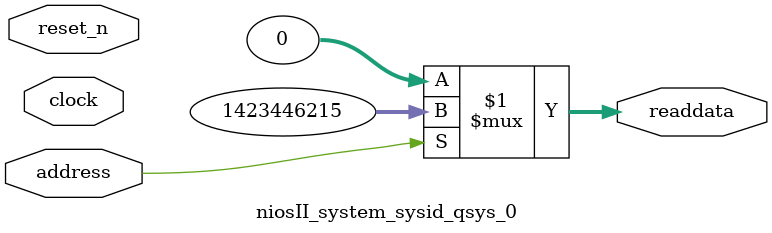
<source format=v>

`timescale 1ns / 1ps
// synthesis translate_on

// turn off superfluous verilog processor warnings 
// altera message_level Level1 
// altera message_off 10034 10035 10036 10037 10230 10240 10030 

module niosII_system_sysid_qsys_0 (
               // inputs:
                address,
                clock,
                reset_n,

               // outputs:
                readdata
             )
;

  output  [ 31: 0] readdata;
  input            address;
  input            clock;
  input            reset_n;

  wire    [ 31: 0] readdata;
  //control_slave, which is an e_avalon_slave
  assign readdata = address ? 1423446215 : 0;

endmodule




</source>
